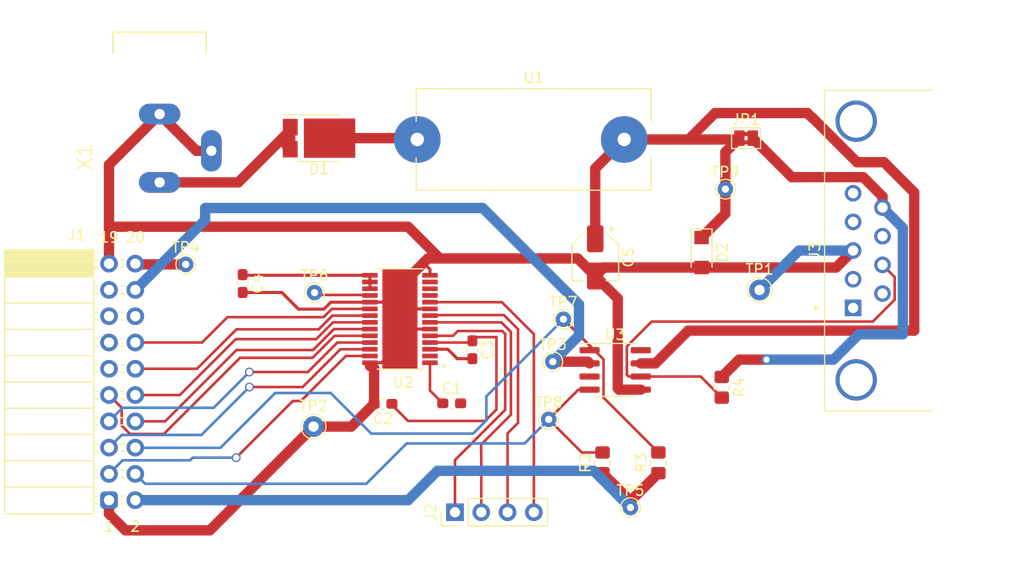
<source format=kicad_pcb>
(kicad_pcb (version 20211014) (generator pcbnew)
  (layers (0 "F.Cu" signal) (31 "B.Cu" signal) (34 "B.Paste" user) (35 "F.Paste" user) (36 "B.SilkS" user "B.Silkscreen") (37 "F.SilkS" user "F.Silkscreen") (38 "B.Mask" user) (39 "F.Mask" user) (44 "Edge.Cuts" user))
  (net 0 "")
  (net 1 "CP1")
  (net 2 "CP2")
  (net 3 "Net-(C2-Pad1)")
  (net 4 "GND")
  (net 5 "VCP")
  (net 6 "V3P3OUT")
  (net 7 "Net-(C5-Pad1)")
  (net 8 "Net-(D1-Pad1)")
  (net 9 "Net-(D1-Pad3)")
  (net 10 "VMCU")
  (net 11 "IN1")
  (net 12 "Tx")
  (net 13 "IN2")
  (net 14 "Rx")
  (net 15 "IN3")
  (net 16 "EN1")
  (net 17 "IN4")
  (net 18 "EN2")
  (net 20 "EN3")
  (net 22 "EN4")
  (net 26 "+5V")
  (net 27 "+3V3")
  (net 28 "Net-(J2-Pad1)")
  (net 29 "Net-(J2-Pad2)")
  (net 30 "Net-(J2-Pad3)")
  (net 31 "Net-(J2-Pad4)")
  (net 36 "Net-(J3-Pad7)")
  (net 38 "12v")
  (net 39 "Net-(TP6-Pad1)")
  (footprint "TestPoint:TestPoint_THTPad_D1.5mm_Drill0.7mm" (layer "F.Cu") (at 73.275 25.25)
    (fp_text reference "TP9" (at 0 -1.648) (layer "F.SilkS"))
    (fp_text value "12V")
    (fp_circle (center 0 0) (end 0 0.95) (layer "F.SilkS") (width 0.12) (fill none))
    (pad "1" thru_hole circle (at 0 0) (size 1.5 1.5) (drill 0.7) (layers *.Cu *.Mask) (net 7 "Net-(C5-Pad1)"))
  )
  (footprint "Resistor_SMD:R_0805_2012Metric_Pad1.20x1.40mm_HandSolder" (layer "F.Cu") (at 61.4 51.7 90)
    (fp_text reference "R2" (at 0 -1.65 90) (layer "F.SilkS"))
    (fp_text value "10k")
    (fp_line (start -0.227064 0.735) (end 0.227064 0.735) (layer "F.SilkS") (width 0.12))
    (fp_line (start -0.227064 -0.735) (end 0.227064 -0.735) (layer "F.SilkS") (width 0.12))
    (pad "1" smd roundrect (at -1 0 90) (size 1.2 1.4) (layers "F.Cu" "F.Paste" "F.Mask") (roundrect_rratio 0.208333) (net 10 "VMCU"))
    (pad "2" smd roundrect (at 1 0 90) (size 1.2 1.4) (layers "F.Cu" "F.Paste" "F.Mask") (roundrect_rratio 0.208333) (net 12 "Tx"))
  )
  (footprint "TestPoint:TestPoint_THTPad_D1.5mm_Drill0.7mm" (layer "F.Cu") (at 56.2 47.5)
    (fp_text reference "TP8" (at 0 -1.648) (layer "F.SilkS"))
    (fp_text value "Tx")
    (fp_circle (center 0 0) (end 0 0.95) (layer "F.SilkS") (width 0.12) (fill none))
    (pad "1" thru_hole circle (at 0 0) (size 1.5 1.5) (drill 0.7) (layers *.Cu *.Mask) (net 12 "Tx"))
  )
  (footprint "TestPoint:TestPoint_THTPad_D1.5mm_Drill0.7mm" (layer "F.Cu") (at 64.1 56.025)
    (fp_text reference "TP5" (at 0 -1.648) (layer "F.SilkS"))
    (fp_text value "VMCU")
    (fp_circle (center 0 0) (end 0 0.95) (layer "F.SilkS") (width 0.12) (fill none))
    (pad "1" thru_hole circle (at 0 0) (size 1.5 1.5) (drill 0.7) (layers *.Cu *.Mask) (net 10 "VMCU"))
  )
  (footprint "TestPoint:TestPoint_THTPad_D2.0mm_Drill1.0mm" (layer "F.Cu") (at 76.575 35)
    (fp_text reference "TP1" (at 0 -1.998) (layer "F.SilkS"))
    (fp_text value "GND")
    (fp_circle (center 0 0) (end 0 1.2) (layer "F.SilkS") (width 0.12) (fill none))
    (pad "1" thru_hole circle (at 0 0) (size 2 2) (drill 1) (layers *.Cu *.Mask) (net 4 "GND"))
  )
  (footprint "TestPoint:TestPoint_THTPad_D1.5mm_Drill0.7mm" (layer "F.Cu") (at 33.575 35.25)
    (fp_text reference "TP6" (at 0 -1.648) (layer "F.SilkS"))
    (fp_text value "NFAULT ")
    (fp_circle (center 0 0) (end 0 0.95) (layer "F.SilkS") (width 0.12) (fill none))
    (pad "1" thru_hole circle (at 0 0) (size 1.5 1.5) (drill 0.7) (layers *.Cu *.Mask) (net 39 "Net-(TP6-Pad1)"))
  )
  (footprint "Capacitor_SMD:C_0603_1608Metric_Pad1.08x0.95mm_HandSolder" (layer "F.Cu") (at 40.1875 46 180)
    (fp_text reference "C2" (at 0 -1.43) (layer "F.SilkS"))
    (fp_text value "10u")
    (fp_line (start -0.146267 0.51) (end 0.146267 0.51) (layer "F.SilkS") (width 0.12))
    (fp_line (start -0.146267 -0.51) (end 0.146267 -0.51) (layer "F.SilkS") (width 0.12))
    (pad "1" smd roundrect (at -0.8625 0 180) (size 1.075 0.95) (layers "F.Cu" "F.Paste" "F.Mask") (net 3 "Net-(C2-Pad1)"))
    (pad "2" smd roundrect (at 0.8625 0 180) (size 1.075 0.95) (layers "F.Cu" "F.Paste" "F.Mask") (net 4 "GND"))
  )
  (footprint "TestPoint:TestPoint_THTPad_D2.0mm_Drill1.0mm" (layer "F.Cu") (at 33.475 48.2)
    (fp_text reference "TP2" (at 0 -1.998) (layer "F.SilkS"))
    (fp_text value "GND")
    (fp_circle (center 0 0) (end 0 1.2) (layer "F.SilkS") (width 0.12) (fill none))
    (pad "1" thru_hole circle (at 0 0) (size 2 2) (drill 1) (layers *.Cu *.Mask) (net 4 "GND"))
  )
  (footprint "Capacitor_SMD:C_0603_1608Metric_Pad1.08x0.95mm_HandSolder" (layer "F.Cu") (at 46.825 45.95)
    (fp_text reference "C1" (at 0 -1.43) (layer "F.SilkS"))
    (fp_text value "0.1u")
    (fp_line (start -0.146267 -0.51) (end 0.146267 -0.51) (layer "F.SilkS") (width 0.12))
    (fp_line (start -0.146267 0.51) (end 0.146267 0.51) (layer "F.SilkS") (width 0.12))
    (pad "1" smd roundrect (at -0.8625 0) (size 1.075 0.95) (layers "F.Cu" "F.Paste" "F.Mask") (net 1 "CP1"))
    (pad "2" smd roundrect (at 0.8625 0) (size 1.075 0.95) (layers "F.Cu" "F.Paste" "F.Mask") (net 2 "CP2"))
  )
  (footprint "Capacitor_SMD:C_0603_1608Metric_Pad1.08x0.95mm_HandSolder" (layer "F.Cu") (at 26.625 34.375 -90)
    (fp_text reference "C4" (at 0 -1.43 90) (layer "F.SilkS"))
    (fp_text value "0.47u")
    (fp_line (start -0.146267 -0.51) (end 0.146267 -0.51) (layer "F.SilkS") (width 0.12))
    (fp_line (start -0.146267 0.51) (end 0.146267 0.51) (layer "F.SilkS") (width 0.12))
    (pad "1" smd roundrect (at -0.8625 0 270) (size 1.075 0.95) (layers "F.Cu" "F.Paste" "F.Mask") (net 6 "V3P3OUT"))
    (pad "2" smd roundrect (at 0.8625 0 270) (size 1.075 0.95) (layers "F.Cu" "F.Paste" "F.Mask") (net 4 "GND"))
  )
  (footprint "Diode_SMD:D_SMF" (layer "F.Cu") (at 70.975 31.375 -90)
    (fp_text reference "D2" (at 0 -2 90) (layer "F.SilkS"))
    (fp_text value "BZD27Cxx")
    (fp_line (start -2.28 -1.01) (end 1.4 -1.01) (layer "F.SilkS") (width 0.12))
    (fp_line (start -2.28 1.01) (end 1.4 1.01) (layer "F.SilkS") (width 0.12))
    (fp_line (start -2.28 -1.01) (end -2.28 1.01) (layer "F.SilkS") (width 0.12))
    (pad "1" smd rect (at -1.45 0 270) (size 1.3 1.4) (layers "F.Cu" "F.Paste" "F.Mask") (net 7 "Net-(C5-Pad1)"))
    (pad "2" smd rect (at 1.45 0 270) (size 1.3 1.4) (layers "F.Cu" "F.Paste" "F.Mask") (net 4 "GND"))
  )
  (footprint "Capacitor_SMD:CP_Elec_4x3.9" (layer "F.Cu") (at 60.7 31.85 -90)
    (fp_text reference "C5" (at 0 -3.2 90) (layer "F.SilkS"))
    (fp_text value "100u")
    (fp_line (start -2.75 -1.81) (end -2.75 -1.31) (layer "F.SilkS") (width 0.12))
    (fp_line (start 2.26 -2.26) (end 2.26 -1.06) (layer "F.SilkS") (width 0.12))
    (fp_line (start -1.195563 2.26) (end 2.26 2.26) (layer "F.SilkS") (width 0.12))
    (fp_line (start -2.26 -1.195563) (end -1.195563 -2.26) (layer "F.SilkS") (width 0.12))
    (fp_line (start -3 -1.56) (end -2.5 -1.56) (layer "F.SilkS") (width 0.12))
    (fp_line (start -2.26 1.195563) (end -1.195563 2.26) (layer "F.SilkS") (width 0.12))
    (fp_line (start 2.26 2.26) (end 2.26 1.06) (layer "F.SilkS") (width 0.12))
    (fp_line (start -2.26 -1.195563) (end -2.26 -1.06) (layer "F.SilkS") (width 0.12))
    (fp_line (start -2.26 1.195563) (end -2.26 1.06) (layer "F.SilkS") (width 0.12))
    (fp_line (start -1.195563 -2.26) (end 2.26 -2.26) (layer "F.SilkS") (width 0.12))
    (pad "1" smd roundrect (at -1.8 0 270) (size 2.6 1.6) (layers "F.Cu" "F.Paste" "F.Mask") (roundrect_rratio 0.15625) (net 7 "Net-(C5-Pad1)"))
    (pad "2" smd roundrect (at 1.8 0 270) (size 2.6 1.6) (layers "F.Cu" "F.Paste" "F.Mask") (roundrect_rratio 0.15625) (net 4 "GND"))
  )
  (footprint "FC681478:FC681478" (layer "F.Cu") (at 18.6 10.1 -90)
    (fp_text reference "X1" (at 12.065 7.239 90) (layer "F.SilkS") (effects (font (size 1.4 1.4))))
    (fp_text value "FC681478")
    (fp_line (start 0 -4.5) (end 2 -4.5) (layer "F.SilkS") (width 0.1524))
    (fp_line (start 0 4.5) (end 2 4.5) (layer "F.SilkS") (width 0.1524))
    (fp_line (start 0 4.5) (end 0 -4.5) (layer "F.SilkS") (width 0.1524))
    (pad "" np_thru_hole circle (at 4.1 0 270) (size 2.3 2.3) (drill 2.3) (layers *.Cu *.Mask))
    (pad "P$1" thru_hole oval (at 14.5 0 270) (size 2 4) (drill 1) (layers *.Cu *.Mask) (net 8 "Net-(D1-Pad1)"))
    (pad "P$2" thru_hole oval (at 7.9 0 270) (size 2 4) (drill 1) (layers *.Cu *.Mask) (net 4 "GND"))
    (pad "P$3" thru_hole oval (at 11.45 -5 270) (size 4 2) (drill 1) (layers *.Cu *.Mask) (net 4 "GND"))
  )
  (footprint "Jumper:SolderJumper-2_P1.3mm_Bridged2Bar_Pad1.0x1.5mm" (layer "F.Cu") (at 75.275 20.325)
    (fp_text reference "JP1" (at 0 -1.8) (layer "F.SilkS"))
    (fp_text value "Jumper_2_Open")
    (fp_poly (pts (xy -0.25 0.2) (xy 0.25 0.2) (xy 0.25 0.6) (xy -0.25 0.6)) (layer "F.Cu") (width 0) (fill solid))
    (fp_poly (pts (xy -0.25 -0.6) (xy 0.25 -0.6) (xy 0.25 -0.2) (xy -0.25 -0.2)) (layer "F.Cu") (width 0) (fill solid))
    (fp_line (start 1.4 -1) (end 1.4 1) (layer "F.SilkS") (width 0.12))
    (fp_line (start -1.4 1) (end -1.4 -1) (layer "F.SilkS") (width 0.12))
    (fp_line (start 1.4 1) (end -1.4 1) (layer "F.SilkS") (width 0.12))
    (fp_line (start -1.4 -1) (end 1.4 -1) (layer "F.SilkS") (width 0.12))
    (pad "1" smd rect (at -0.65 0) (size 1 1.5) (layers "F.Cu" "F.Mask") (net 7 "Net-(C5-Pad1)"))
    (pad "2" smd rect (at 0.65 0) (size 1 1.5) (layers "F.Cu" "F.Mask") (net 38 "12v"))
  )
  (footprint "Package_TO_SOT_SMD:Nexperia_CFP15_SOT-1289" (layer "F.Cu") (at 34.005 20.325 180)
    (fp_text reference "D1" (at 0 -3) (layer "F.SilkS"))
    (fp_text value "PMEG045T150EIPD")
    (fp_line (start -1.9 2.26) (end 3.5 2.26) (layer "F.SilkS") (width 0.12))
    (fp_line (start -1.9 -2.26) (end 1.9 -2.26) (layer "F.SilkS") (width 0.12))
    (pad "1" smd rect (at 2.78 1.065 180) (size 1.44 1.6) (layers "F.Cu" "F.Paste" "F.Mask") (net 8 "Net-(D1-Pad1)"))
    (pad "2" smd rect (at 2.78 -1.065 180) (size 1.44 1.6) (layers "F.Cu" "F.Paste" "F.Mask") (net 8 "Net-(D1-Pad1)"))
    (pad "3" smd rect (at -1.02 0 180) (size 4.96 3.8) (layers "F.Cu" "F.Mask") (net 9 "Net-(D1-Pad3)"))
  )
  (footprint "Connector_Dsub:DSUB-9_Male_Horizontal_P2.77x2.84mm_EdgePinOffset4.94mm_Housed_MountingHolesOffset7.48mm" (layer "F.Cu") (at 85.619669 36.725 90)
    (fp_text reference "J3" (at 5.54 -3.7 90) (layer "F.SilkS"))
    (fp_text value "DB9_Female")
    (fp_line (start 21.025 -2.76) (end 21.025 7.72) (layer "F.SilkS") (width 0.12))
    (fp_line (start -9.945 -2.76) (end 21.025 -2.76) (layer "F.SilkS") (width 0.12))
    (fp_line (start 0 -3.221325) (end -0.25 -3.654338) (layer "F.SilkS") (width 0.12))
    (fp_line (start 0.25 -3.654338) (end 0 -3.221325) (layer "F.SilkS") (width 0.12))
    (fp_line (start -0.25 -3.654338) (end 0.25 -3.654338) (layer "F.SilkS") (width 0.12))
    (fp_line (start -9.945 7.72) (end -9.945 -2.76) (layer "F.SilkS") (width 0.12))
    (pad "0" thru_hole circle (at -6.96 0.3 90) (size 4 4) (drill 3.2) (layers *.Cu *.Mask))
    (pad "0" thru_hole circle (at 18.04 0.3 90) (size 4 4) (drill 3.2) (layers *.Cu *.Mask))
    (pad "1" thru_hole rect (at 0 0 90) (size 1.6 1.6) (drill 1) (layers *.Cu *.Mask))
    (pad "2" thru_hole circle (at 2.77 0 90) (size 1.6 1.6) (drill 1) (layers *.Cu *.Mask))
    (pad "3" thru_hole circle (at 5.54 0 90) (size 1.6 1.6) (drill 1) (layers *.Cu *.Mask) (net 4 "GND"))
    (pad "4" thru_hole circle (at 8.31 0 90) (size 1.6 1.6) (drill 1) (layers *.Cu *.Mask))
    (pad "5" thru_hole circle (at 11.08 0 90) (size 1.6 1.6) (drill 1) (layers *.Cu *.Mask) (net 4 "GND"))
    (pad "6" thru_hole circle (at 1.385 2.84 90) (size 1.6 1.6) (drill 1) (layers *.Cu *.Mask))
    (pad "7" thru_hole circle (at 4.155 2.84 90) (size 1.6 1.6) (drill 1) (layers *.Cu *.Mask) (net 36 "Net-(J3-Pad7)"))
    (pad "8" thru_hole circle (at 6.925 2.84 90) (size 1.6 1.6) (drill 1) (layers *.Cu *.Mask))
    (pad "9" thru_hole circle (at 9.695 2.84 90) (size 1.6 1.6) (drill 1) (layers *.Cu *.Mask) (net 38 "12v"))
  )
  (footprint "Resistor_SMD:R_0805_2012Metric_Pad1.20x1.40mm_HandSolder" (layer "F.Cu") (at 72.925 44.4 -90)
    (fp_text reference "R4" (at 0 -1.65 90) (layer "F.SilkS"))
    (fp_text value "1k")
    (fp_line (start -0.227064 -0.735) (end 0.227064 -0.735) (layer "F.SilkS") (width 0.12))
    (fp_line (start -0.227064 0.735) (end 0.227064 0.735) (layer "F.SilkS") (width 0.12))
    (pad "1" smd roundrect (at -1 0 270) (size 1.2 1.4) (layers "F.Cu" "F.Paste" "F.Mask") (roundrect_rratio 0.208333) (net 38 "12v"))
    (pad "2" smd roundrect (at 1 0 270) (size 1.2 1.4) (layers "F.Cu" "F.Paste" "F.Mask") (roundrect_rratio 0.208333) (net 36 "Net-(J3-Pad7)"))
  )
  (footprint "TestPoint:TestPoint_THTPad_D1.5mm_Drill0.7mm" (layer "F.Cu") (at 56.6 41.925)
    (fp_text reference "TP3" (at 0 -1.648) (layer "F.SilkS"))
    (fp_text value "5V")
    (fp_circle (center 0 0) (end 0 0.95) (layer "F.SilkS") (width 0.12) (fill none))
    (pad "1" thru_hole circle (at 0 0) (size 1.5 1.5) (drill 0.7) (layers *.Cu *.Mask) (net 26 "+5V"))
  )
  (footprint "Package_SO:SOIC-8_3.9x4.9mm_P1.27mm" (layer "F.Cu") (at 62.625 42.725)
    (fp_text reference "U3" (at 0 -3.4) (layer "F.SilkS"))
    (fp_text value "TJA1029T")
    (fp_line (start 0 2.56) (end 1.95 2.56) (layer "F.SilkS") (width 0.12))
    (fp_line (start 0 -2.56) (end -3.45 -2.56) (layer "F.SilkS") (width 0.12))
    (fp_line (start 0 2.56) (end -1.95 2.56) (layer "F.SilkS") (width 0.12))
    (fp_line (start 0 -2.56) (end 1.95 -2.56) (layer "F.SilkS") (width 0.12))
    (pad "1" smd roundrect (at -2.475 -1.905) (size 1.95 0.6) (layers "F.Cu" "F.Paste" "F.Mask") (net 14 "Rx"))
    (pad "2" smd roundrect (at -2.475 -0.635) (size 1.95 0.6) (layers "F.Cu" "F.Paste" "F.Mask") (net 26 "+5V"))
    (pad "3" smd roundrect (at -2.475 0.635) (size 1.95 0.6) (layers "F.Cu" "F.Paste" "F.Mask"))
    (pad "4" smd roundrect (at -2.475 1.905) (size 1.95 0.6) (layers "F.Cu" "F.Paste" "F.Mask") (net 12 "Tx"))
    (pad "5" smd roundrect (at 2.475 1.905) (size 1.95 0.6) (layers "F.Cu" "F.Paste" "F.Mask") (net 4 "GND"))
    (pad "6" smd roundrect (at 2.475 0.635) (size 1.95 0.6) (layers "F.Cu" "F.Paste" "F.Mask") (net 36 "Net-(J3-Pad7)"))
    (pad "7" smd roundrect (at 2.475 -0.635) (size 1.95 0.6) (layers "F.Cu" "F.Paste" "F.Mask") (net 7 "Net-(C5-Pad1)"))
    (pad "8" smd roundrect (at 2.475 -1.905) (size 1.95 0.6) (layers "F.Cu" "F.Paste" "F.Mask"))
  )
  (footprint "Resistor_SMD:R_0805_2012Metric_Pad1.20x1.40mm_HandSolder" (layer "F.Cu") (at 66.8 51.7 90)
    (fp_text reference "R3" (at 0 -1.65 90) (layer "F.SilkS"))
    (fp_text value "10k")
    (fp_line (start -0.227064 0.735) (end 0.227064 0.735) (layer "F.SilkS") (width 0.12))
    (fp_line (start -0.227064 -0.735) (end 0.227064 -0.735) (layer "F.SilkS") (width 0.12))
    (pad "1" smd roundrect (at -1 0 90) (size 1.2 1.4) (layers "F.Cu" "F.Paste" "F.Mask") (roundrect_rratio 0.208333) (net 10 "VMCU"))
    (pad "2" smd roundrect (at 1 0 90) (size 1.2 1.4) (layers "F.Cu" "F.Paste" "F.Mask") (roundrect_rratio 0.208333) (net 14 "Rx"))
  )
  (footprint "Connector_PinHeader_2.54mm:PinHeader_1x04_P2.54mm_Vertical" (layer "F.Cu") (at 47.145 56.475 90)
    (fp_text reference "J2" (at 0 -2.33 90) (layer "F.SilkS"))
    (fp_text value "Conn_01x04_Male")
    (fp_line (start -1.33 -1.33) (end 0 -1.33) (layer "F.SilkS") (width 0.12))
    (fp_line (start -1.33 1.27) (end -1.33 8.95) (layer "F.SilkS") (width 0.12))
    (fp_line (start 1.33 1.27) (end 1.33 8.95) (layer "F.SilkS") (width 0.12))
    (fp_line (start -1.33 0) (end -1.33 -1.33) (layer "F.SilkS") (width 0.12))
    (fp_line (start -1.33 1.27) (end 1.33 1.27) (layer "F.SilkS") (width 0.12))
    (fp_line (start -1.33 8.95) (end 1.33 8.95) (layer "F.SilkS") (width 0.12))
    (pad "1" thru_hole rect (at 0 0 90) (size 1.7 1.7) (drill 1) (layers *.Cu *.Mask) (net 28 "Net-(J2-Pad1)"))
    (pad "2" thru_hole oval (at 0 2.54 90) (size 1.7 1.7) (drill 1) (layers *.Cu *.Mask) (net 29 "Net-(J2-Pad2)"))
    (pad "3" thru_hole oval (at 0 5.08 90) (size 1.7 1.7) (drill 1) (layers *.Cu *.Mask) (net 30 "Net-(J2-Pad3)"))
    (pad "4" thru_hole oval (at 0 7.62 90) (size 1.7 1.7) (drill 1) (layers *.Cu *.Mask) (net 31 "Net-(J2-Pad4)"))
  )
  (footprint "TestPoint:TestPoint_THTPad_D1.5mm_Drill0.7mm" (layer "F.Cu") (at 21.125 32.525)
    (fp_text reference "TP4" (at 0 -1.648) (layer "F.SilkS"))
    (fp_text value "3V3")
    (fp_circle (center 0 0) (end 0 0.95) (layer "F.SilkS") (width 0.12) (fill none))
    (pad "1" thru_hole circle (at 0 0) (size 1.5 1.5) (drill 0.7) (layers *.Cu *.Mask) (net 27 "+3V3"))
  )
  (footprint "TestPoint:TestPoint_THTPad_D1.5mm_Drill0.7mm" (layer "F.Cu") (at 57.625 37.825)
    (fp_text reference "TP7" (at 0 -1.648) (layer "F.SilkS"))
    (fp_text value "Rx")
    (fp_circle (center 0 0) (end 0 0.95) (layer "F.SilkS") (width 0.12) (fill none))
    (pad "1" thru_hole circle (at 0 0) (size 1.5 1.5) (drill 0.7) (layers *.Cu *.Mask) (net 14 "Rx"))
  )
  (footprint "Capacitor_SMD:C_0603_1608Metric_Pad1.08x0.95mm_HandSolder" (layer "F.Cu") (at 48.825 40.775 -90)
    (fp_text reference "C3" (at 0 -1.43 90) (layer "F.SilkS"))
    (fp_text value "0.1u")
    (fp_line (start -0.146267 0.51) (end 0.146267 0.51) (layer "F.SilkS") (width 0.12))
    (fp_line (start -0.146267 -0.51) (end 0.146267 -0.51) (layer "F.SilkS") (width 0.12))
    (pad "1" smd roundrect (at -0.8625 0 270) (size 1.075 0.95) (layers "F.Cu" "F.Paste" "F.Mask") (net 3 "Net-(C2-Pad1)"))
    (pad "2" smd roundrect (at 0.8625 0 270) (size 1.075 0.95) (layers "F.Cu" "F.Paste" "F.Mask") (net 5 "VCP"))
  )
  (footprint "Fuse:Fuseholder_Cylinder-5x20mm_Schurter_0031_8201_Horizontal_Open" (layer "F.Cu") (at 43.5 20.45)
    (fp_text reference "U1" (at 11.25 -6) (layer "F.SilkS"))
    (fp_text value "fuseholder")
    (fp_line (start 22.61 -1.75) (end 22.61 -4.91) (layer "F.SilkS") (width 0.12))
    (fp_line (start -0.11 -1.75) (end -0.11 -4.91) (layer "F.SilkS") (width 0.12))
    (fp_line (start -0.11 4.91) (end -0.11 1.75) (layer "F.SilkS") (width 0.12))
    (fp_line (start -0.11 4.91) (end 22.61 4.91) (layer "F.SilkS") (width 0.12))
    (fp_line (start -0.11 -4.91) (end 22.61 -4.91) (layer "F.SilkS") (width 0.12))
    (fp_line (start 22.61 4.91) (end 22.61 1.75) (layer "F.SilkS") (width 0.12))
    (pad "" np_thru_hole circle (at 11.25 0) (size 2.7 2.7) (drill 2.7) (layers *.Cu *.Mask))
    (pad "1" thru_hole circle (at 0 0) (size 4.5 4.5) (drill 1.3) (layers *.Cu *.Mask) (net 9 "Net-(D1-Pad3)"))
    (pad "2" thru_hole circle (at 20 0) (size 4.5 4.5) (drill 1.3) (layers *.Cu *.Mask) (net 7 "Net-(C5-Pad1)"))
  )
  (footprint "STK3700_Expansion_board:PinSocket_2x10_P2.54mm_Horizontal_Reversed" (layer "F.Cu") (at 16.25 32.45)
    (fp_text reference "J1" (at -5.65 -2.77) (layer "F.SilkS"))
    (fp_text value "STK3700_Exp_Conn")
    (fp_text user "19" (at -2.54 -2.54 unlocked) (layer "F.SilkS"))
    (fp_text user "20" (at 0 -2.54 unlocked) (layer "F.SilkS"))
    (fp_text user "2" (at 0 25.4 unlocked) (layer "F.SilkS"))
    (fp_text user "1" (at -2.54 25.4 unlocked) (layer "F.SilkS"))
    (fp_line (start -4 12.34) (end -3.59 12.34) (layer "F.SilkS") (width 0.12))
    (fp_line (start -12.63 6.35) (end -4 6.35) (layer "F.SilkS") (width 0.12))
    (fp_line (start -4 13.06) (end -3.59 13.06) (layer "F.SilkS") (width 0.12))
    (fp_line (start -1.49 20.68) (end -1.05 20.68) (layer "F.SilkS") (width 0.12))
    (fp_line (start -12.63 8.89) (end -4 8.89) (layer "F.SilkS") (width 0.12))
    (fp_line (start -12.63 0.089045) (end -4 0.089045) (layer "F.SilkS") (width 0.12))
    (fp_line (start -4 17.42) (end -3.59 17.42) (layer "F.SilkS") (width 0.12))
    (fp_line (start -12.63 -0.50143) (end -4 -0.50143) (layer "F.SilkS") (width 0.12))
    (fp_line (start -1.49 0.36) (end -1.11 0.36) (layer "F.SilkS") (width 0.12))
    (fp_line (start -4 22.5) (end -3.59 22.5) (layer "F.SilkS") (width 0.12))
    (fp_line (start -1.49 14.88) (end -1.05 14.88) (layer "F.SilkS") (width 0.12))
    (fp_line (start -1.49 23.22) (end -1.05 23.22) (layer "F.SilkS") (width 0.12))
    (fp_line (start -12.63 0.20714) (end -4 0.20714) (layer "F.SilkS") (width 0.12))
    (fp_line (start -1.49 7.26) (end -1.05 7.26) (layer "F.SilkS") (width 0.12))
    (fp_line (start -4 23.22) (end -3.59 23.22) (layer "F.SilkS") (width 0.12))
    (fp_line (start -1.49 19.96) (end -1.05 19.96) (layer "F.SilkS") (width 0.12))
    (fp_line (start -1.49 12.34) (end -1.05 12.34) (layer "F.SilkS") (width 0.12))
    (fp_line (start -1.49 10.52) (end -1.05 10.52) (layer "F.SilkS") (width 0.12))
    (fp_line (start -1.49 17.42) (end -1.05 17.42) (layer "F.SilkS") (width 0.12))
    (fp_line (start -4 2.18) (end -3.59 2.18) (layer "F.SilkS") (width 0.12))
    (fp_line (start -4 20.68) (end -3.59 20.68) (layer "F.SilkS") (width 0.12))
    (fp_line (start -4 -0.36) (end -3.59 -0.36) (layer "F.SilkS") (width 0.12))
    (fp_line (start -12.63 -1.33) (end -12.63 24.19) (layer "F.SilkS") (width 0.12))
    (fp_line (start -12.63 0.67952) (end -4 0.67952) (layer "F.SilkS") (width 0.12))
    (fp_line (start -4 10.52) (end -3.59 10.52) (layer "F.SilkS") (width 0.12))
    (fp_line (start -12.63 -0.855715) (end -4 -0.855715) (layer "F.SilkS") (width 0.12))
    (fp_line (start -1.49 18.14) (end -1.05 18.14) (layer "F.SilkS") (width 0.12))
    (fp_line (start -1.49 -0.36) (end -1.11 -0.36) (layer "F.SilkS") (width 0.12))
    (fp_line (start -1.49 5.44) (end -1.05 5.44) (layer "F.SilkS") (width 0.12))
    (fp_line (start -12.63 -0.73762) (end -4 -0.73762) (layer "F.SilkS") (width 0.12))
    (fp_line (start -1.49 2.18) (end -1.05 2.18) (layer "F.SilkS") (width 0.12))
    (fp_line (start -4 0.36) (end -3.59 0.36) (layer "F.SilkS") (width 0.12))
    (fp_line (start -4 15.6) (end -3.59 15.6) (layer "F.SilkS") (width 0.12))
    (fp_line (start -12.63 -0.97381) (end -4 -0.97381) (layer "F.SilkS") (width 0.12))
    (fp_line (start -12.63 1.1519) (end -4 1.1519) (layer "F.SilkS") (width 0.12))
    (fp_line (start -1.49 7.98) (end -1.05 7.98) (layer "F.SilkS") (width 0.12))
    (fp_line (start -1.49 2.9) (end -1.05 2.9) (layer "F.SilkS") (width 0.12))
    (fp_line (start -12.63 0.44333) (end -4 0.44333) (layer "F.SilkS") (width 0.12))
    (fp_line (start -12.63 -0.383335) (end -4 -0.383335) (layer "F.SilkS") (width 0.12))
    (fp_line (start -4 14.88) (end -3.59 14.88) (layer "F.SilkS") (width 0.12))
    (fp_line (start -4 4.72) (end -3.59 4.72) (layer "F.SilkS") (width 0.12))
    (fp_line (start -12.63 13.97) (end -4 13.97) (layer "F.SilkS") (width 0.12))
    (fp_line (start -12.63 -1.33) (end -4 -1.33) (layer "F.SilkS") (width 0.12))
    (fp_line (start -12.63 -0.26524) (end -4 -0.26524) (layer "F.SilkS") (width 0.12))
    (fp_line (start -12.63 0.561425) (end -4 0.561425) (layer "F.SilkS") (width 0.12))
    (fp_line (start -12.63 11.43) (end -4 11.43) (layer "F.SilkS") (width 0.12))
    (fp_line (start -12.63 0.91571) (end -4 0.91571) (layer "F.SilkS") (width 0.12))
    (fp_line (start -12.63 19.05) (end -4 19.05) (layer "F.SilkS") (width 0.12))
    (fp_line (start -1.49 9.8) (end -1.05 9.8) (layer "F.SilkS") (width 0.12))
    (fp_line (start -12.63 0.797615) (end -4 0.797615) (layer "F.SilkS") (width 0.12))
    (fp_line (start -12.63 21.59) (end -4 21.59) (layer "F.SilkS") (width 0.12))
    (fp_line (start -12.63 16.51) (end -4 16.51) (layer "F.SilkS") (width 0.12))
    (fp_line (start -4 19.96) (end -3.59 19.96) (layer "F.SilkS") (width 0.12))
    (fp_line (start -12.63 -0.147145) (end -4 -0.147145) (layer "F.SilkS") (width 0.12))
    (fp_line (start -12.63 1.033805) (end -4 1.033805) (layer "F.SilkS") (width 0.12))
    (fp_line (start -4 7.26) (end -3.59 7.26) (layer "F.SilkS") (width 0.12))
    (fp_line (start -4 2.9) (end -3.59 2.9) (layer "F.SilkS") (width 0.12))
    (fp_line (start -12.63 -1.21) (end -4 -1.21) (layer "F.SilkS") (width 0.12))
    (fp_line (start -4 5.44) (end -3.59 5.44) (layer "F.SilkS") (width 0.12))
    (fp_line (start -4 -1.33) (end -4 24.19) (layer "F.SilkS") (width 0.12))
    (fp_line (start -12.63 -0.02905) (end -4 -0.02905) (layer "F.SilkS") (width 0.12))
    (fp_line (start -1.49 15.6) (end -1.05 15.6) (layer "F.SilkS") (width 0.12))
    (fp_line (start -4 7.98) (end -3.59 7.98) (layer "F.SilkS") (width 0.12))
    (fp_line (start -12.63 1.27) (end -4 1.27) (layer "F.SilkS") (width 0.12))
    (fp_line (start -1.49 13.06) (end -1.05 13.06) (layer "F.SilkS") (width 0.12))
    (fp_line (start -12.63 3.81) (end -4 3.81) (layer "F.SilkS") (width 0.12))
    (fp_line (start -12.63 24.19) (end -4 24.19) (layer "F.SilkS") (width 0.12))
    (fp_line (start -1.49 22.5) (end -1.05 22.5) (layer "F.SilkS") (width 0.12))
    (fp_line (start -1.49 4.72) (end -1.05 4.72) (layer "F.SilkS") (width 0.12))
    (fp_line (start -12.63 -1.091905) (end -4 -1.091905) (layer "F.SilkS") (width 0.12))
    (fp_line (start -4 9.8) (end -3.59 9.8) (layer "F.SilkS") (width 0.12))
    (fp_line (start -12.63 0.325235) (end -4 0.325235) (layer "F.SilkS") (width 0.12))
    (fp_line (start -4 18.14) (end -3.59 18.14) (layer "F.SilkS") (width 0.12))
    (fp_line (start -12.63 -0.619525) (end -4 -0.619525) (layer "F.SilkS") (width 0.12))
    (pad "1" thru_hole roundrect (at -2.54 22.86) (size 1.7 1.7) (drill 1) (layers *.Cu *.Mask) (net 4 "GND"))
    (pad "2" thru_hole oval (at 0 22.86) (size 1.7 1.7) (drill 1) (layers *.Cu *.Mask) (net 10 "VMCU"))
    (pad "3" thru_hole oval (at -2.54 20.32) (size 1.7 1.7) (drill 1) (layers *.Cu *.Mask) (net 11 "IN1"))
    (pad "4" thru_hole oval (at 0 20.32) (size 1.7 1.7) (drill 1) (layers *.Cu *.Mask) (net 12 "Tx"))
    (pad "5" thru_hole oval (at -2.54 17.78) (size 1.7 1.7) (drill 1) (layers *.Cu *.Mask) (net 16 "EN1"))
    (pad "6" thru_hole oval (at 0 17.78) (size 1.7 1.7) (drill 1) (layers *.Cu *.Mask) (net 14 "Rx"))
    (pad "7" thru_hole oval (at -2.54 15.24) (size 1.7 1.7) (drill 1) (layers *.Cu *.Mask) (net 13 "IN2"))
    (pad "8" thru_hole oval (at 0 15.24) (size 1.7 1.7) (drill 1) (layers *.Cu *.Mask) (net 15 "IN3"))
    (pad "9" thru_hole oval (at -2.54 12.7) (size 1.7 1.7) (drill 1) (layers *.Cu *.Mask) (net 18 "EN2"))
    (pad "10" thru_hole oval (at 0 12.7) (size 1.7 1.7) (drill 1) (layers *.Cu *.Mask) (net 20 "EN3"))
    (pad "11" thru_hole oval (at -2.54 10.16) (size 1.7 1.7) (drill 1) (layers *.Cu *.Mask))
    (pad "12" thru_hole oval (at 0 10.16) (size 1.7 1.7) (drill 1) (layers *.Cu *.Mask) (net 17 "IN4"))
    (pad "13" thru_hole oval (at -2.54 7.62) (size 1.7 1.7) (drill 1) (layers *.Cu *.Mask))
    (pad "14" thru_hole oval (at 0 7.62) (size 1.7 1.7) (drill 1) (layers *.Cu *.Mask) (net 22 "EN4"))
    (pad "15" thru_hole oval (at -2.54 5.08) (size 1.7 1.7) (drill 1) (layers *.Cu *.Mask))
    (pad "16" thru_hole oval (at 0 5.08) (size 1.7 1.7) (drill 1) (layers *.Cu *.Mask))
    (pad "17" thru_hole oval (at -2.54 2.54) (size 1.7 1.7) (drill 1) (layers *.Cu *.Mask))
    (pad "18" thru_hole oval (at 0 2.54) (size 1.7 1.7) (drill 1) (layers *.Cu *.Mask) (net 26 "+5V"))
    (pad "19" thru_hole oval (at -2.54 0) (size 1.7 1.7) (drill 1) (layers *.Cu *.Mask) (net 4 "GND"))
    (pad "20" thru_hole circle (at 0 0) (size 1.7 1.7) (drill 1) (layers *.Cu *.Mask) (net 27 "+3V3"))
  )
  (footprint "driver:IC_DRV8844PWPR" (layer "F.Cu") (at 41.825 37.8 180)
    (fp_text reference "U2" (at -0.325 -6.135 180) (layer "F.SilkS"))
    (fp_text value "DRV8844PWPR")
    (fp_line (start -2.2 4.85) (end 2.2 4.85) (layer "F.SilkS") (width 0.127))
    (fp_line (start -2.2 -4.85) (end 2.2 -4.85) (layer "F.SilkS") (width 0.127))
    (fp_circle (center -4.24 -4.535) (end -4.14 -4.535) (layer "F.SilkS") (width 0.2) (fill none))
    (pad "1" smd rect (at -2.9 -4.225 180) (size 1.5 0.45) (layers "F.Cu" "F.Paste") (net 1 "CP1"))
    (pad "2" smd rect (at -2.9 -3.575 180) (size 1.5 0.45) (layers "F.Cu" "F.Paste") (net 2 "CP2"))
    (pad "3" smd rect (at -2.9 -2.925 180) (size 1.5 0.45) (layers "F.Cu" "F.Paste") (net 5 "VCP"))
    (pad "4" smd rect (at -2.9 -2.275 180) (size 1.5 0.45) (layers "F.Cu" "F.Paste") (net 3 "Net-(C2-Pad1)"))
    (pad "5" smd rect (at -2.9 -1.625 180) (size 1.5 0.45) (layers "F.Cu" "F.Paste") (net 28 "Net-(J2-Pad1)"))
    (pad "6" smd rect (at -2.9 -0.975 180) (size 1.5 0.45) (layers "F.Cu" "F.Paste") (net 4 "GND"))
    (pad "7" smd rect (at -2.9 -0.325 180) (size 1.5 0.45) (layers "F.Cu" "F.Paste") (net 29 "Net-(J2-Pad2)"))
    (pad "8" smd rect (at -2.9 0.325 180) (size 1.5 0.45) (layers "F.Cu" "F.Paste") (net 30 "Net-(J2-Pad3)"))
    (pad "9" smd rect (at -2.9 0.975 180) (size 1.5 0.45) (layers "F.Cu" "F.Paste") (net 4 "GND"))
    (pad "10" smd rect (at -2.9 1.625 180) (size 1.5 0.45) (layers "F.Cu" "F.Paste") (net 31 "Net-(J2-Pad4)"))
    (pad "11" smd rect (at -2.9 2.275 180) (size 1.5 0.45) (layers "F.Cu" "F.Paste") (net 3 "Net-(C2-Pad1)"))
    (pad "12" smd rect (at -2.9 2.925 180) (size 1.5 0.45) (layers "F.Cu" "F.Paste"))
    (pad "13" smd rect (at -2.9 3.575 180) (size 1.5 0.45) (layers "F.Cu" "F.Paste"))
    (pad "14" smd rect (at -2.9 4.225 180) (size 1.5 0.45) (layers "F.Cu" "F.Paste") (net 4 "GND"))
    (pad "15" smd rect (at 2.9 4.225 180) (size 1.5 0.45) (layers "F.Cu" "F.Paste") (net 6 "V3P3OUT"))
    (pad "16" smd rect (at 2.9 3.575 180) (size 1.5 0.45) (layers "F.Cu" "F.Paste") (net 6 "V3P3OUT"))
    (pad "17" smd rect (at 2.9 2.925 180) (size 1.5 0.45) (layers "F.Cu" "F.Paste") (net 6 "V3P3OUT"))
    (pad "18" smd rect (at 2.9 2.275 180) (size 1.5 0.45) (layers "F.Cu" "F.Paste") (net 39 "Net-(TP6-Pad1)"))
    (pad "19" smd rect (at 2.9 1.625 180) (size 1.5 0.45) (layers "F.Cu" "F.Paste") (net 4 "GND"))
    (pad "20" smd rect (at 2.9 0.975 180) (size 1.5 0.45) (layers "F.Cu" "F.Paste") (net 22 "EN4"))
    (pad "21" smd rect (at 2.9 0.325 180) (size 1.5 0.45) (layers "F.Cu" "F.Paste") (net 17 "IN4"))
    (pad "22" smd rect (at 2.9 -0.325 180) (size 1.5 0.45) (layers "F.Cu" "F.Paste") (net 20 "EN3"))
    (pad "23" smd rect (at 2.9 -0.975 180) (size 1.5 0.45) (layers "F.Cu" "F.Paste") (net 15 "IN3"))
    (pad "24" smd rect (at 2.9 -1.625 180) (size 1.5 0.45) (layers "F.Cu" "F.Paste") (net 18 "EN2"))
    (pad "25" smd rect (at 2.9 -2.275 180) (size 1.5 0.45) (layers "F.Cu" "F.Paste") (net 13 "IN2"))
    (pad "26" smd rect (at 2.9 -2.925 180) (size 1.5 0.45) (layers "F.Cu" "F.Paste") (net 16 "EN1"))
    (pad "27" smd rect (at 2.9 -3.575 180) (size 1.5 0.45) (layers "F.Cu" "F.Paste") (net 11 "IN1"))
    (pad "28" smd rect (at 2.9 -4.225 180) (size 1.5 0.45) (layers "F.Cu" "F.Paste") (net 4 "GND"))
    (pad "29" smd rect (at 0 0 180) (size 3.4 9.7) (layers "F.Cu") (net 4 "GND"))
  )
  (segment (start 44.725 42.025) (end 44.725 44.7125) (width 0.25) (layer "F.Cu") (net 1))
  (segment (start 44.725 44.7125) (end 45.9625 45.95) (width 0.25) (layer "F.Cu") (net 1))
  (segment (start 50.05 47.65) (end 51.15 46.55) (width 0.25) (layer "F.Cu") (net 3))
  (segment (start 51.15 39.55) (end 49.1875 39.55) (width 0.25) (layer "F.Cu") (net 3))
  (segment (start 41 46.05) (end 42.6 47.65) (width 0.25) (layer "F.Cu") (net 3))
  (segment (start 49.1875 39.55) (end 48.825 39.9125) (width 0.25) (layer "F.Cu") (net 3))
  (segment (start 42.6 47.65) (end 50.05 47.65) (width 0.25) (layer "F.Cu") (net 3))
  (segment (start 44.725 40.075) (end 48.6625 40.075) (width 0.25) (layer "F.Cu") (net 3))
  (segment (start 51.15 46.55) (end 51.15 39.55) (width 0.25) (layer "F.Cu") (net 3))
  (segment (start 60.7 33.65) (end 59 31.95) (width 1) (layer "F.Cu") (net 4))
  (segment (start 44.725 38.775) (end 42.8 38.775) (width 0.3) (layer "F.Cu") (net 4))
  (segment (start 61.525 32.825) (end 60.7 33.65) (width 1) (layer "F.Cu") (net 4))
  (segment (start 13.71 55.31) (end 13.71 56.635) (width 1) (layer "F.Cu") (net 4))
  (segment (start 44.725 33.575) (end 44.725 33) (width 0.3) (layer "F.Cu") (net 4))
  (segment (start 23.6 21.55) (end 22.15 21.55) (width 1) (layer "F.Cu") (net 4))
  (segment (start 44.1 32.375) (end 41.825 34.65) (width 1) (layer "F.Cu") (net 4))
  (segment (start 70.975 32.825) (end 61.525 32.825) (width 1) (layer "F.Cu") (net 4))
  (segment (start 15.3 58.225) (end 23.45 58.225) (width 1) (layer "F.Cu") (net 4))
  (segment (start 38.925 36.175) (end 40.2 36.175) (width 0.3) (layer "F.Cu") (net 4))
  (segment (start 30.4125 35.2375) (end 26.625 35.2375) (width 0.3) (layer "F.Cu") (net 4))
  (segment (start 45.675 31.95) (end 44.525 31.95) (width 1) (layer "F.Cu") (net 4))
  (segment (start 32.025 36.85) (end 30.4125 35.2375) (width 0.3) (layer "F.Cu") (net 4))
  (segment (start 13.71 28.885) (end 42.61 28.885) (width 1) (layer "F.Cu") (net 4))
  (segment (start 39.325 46) (end 39.325 42.55) (width 1) (layer "F.Cu") (net 4))
  (segment (start 60.7 33.65) (end 62.875 35.825) (width 1) (layer "F.Cu") (net 4))
  (segment (start 40.05 42.025) (end 41.825 40.25) (width 0.3) (layer "F.Cu") (net 4))
  (segment (start 37.125 48.2) (end 39.325 46) (width 1) (layer "F.Cu") (net 4))
  (segment (start 22.15 21.55) (end 18.6 18) (width 1) (layer "F.Cu") (net 4))
  (segment (start 59 31.95) (end 45.675 31.95) (width 1) (layer "F.Cu") (net 4))
  (segment (start 33.475 48.2) (end 37.125 48.2) (width 1) (layer "F.Cu") (net 4))
  (segment (start 62.875 44.5) (end 63.005 44.63) (width 1) (layer "F.Cu") (net 4))
  (segment (start 38.925 42.025) (end 40.05 42.025) (width 0.3) (layer "F.Cu") (net 4))
  (segment (start 13.71 28.885) (end 13.71 22.89) (width 1) (layer "F.Cu") (net 4))
  (segment (start 13.71 32.45) (end 13.71 28.885) (width 1) (layer "F.Cu") (net 4))
  (segment (start 62.875 35.825) (end 62.875 44.5) (width 1) (layer "F.Cu") (net 4))
  (segment (start 83.979669 32.825) (end 85.619669 31.185) (width 1) (layer "F.Cu") (net 4))
  (segment (start 39.325 42.55) (end 39.125 42.35) (width 1) (layer "F.Cu") (net 4))
  (segment (start 70.975 32.825) (end 83.979669 32.825) (width 1) (layer "F.Cu") (net 4))
  (segment (start 34.475 36.85) (end 32.025 36.85) (width 0.3) (layer "F.Cu") (net 4))
  (segment (start 13.71 22.89) (end 18.6 18) (width 1) (layer "F.Cu") (net 4))
  (segment (start 39.125 42.35) (end 38.925 42.35) (width 1) (layer "F.Cu") (net 4))
  (segment (start 44.725 36.825) (end 42.8 36.825) (width 0.3) (layer "F.Cu") (net 4))
  (segment (start 42.61 28.885) (end 45.675 31.95) (width 1) (layer "F.Cu") (net 4))
  (segment (start 63.005 44.63) (end 65.1 44.63) (width 1) (layer "F.Cu") (net 4))
  (segment (start 35.15 36.175) (end 34.475 36.85) (width 0.3) (layer "F.Cu") (net 4))
  (segment (start 44.725 33) (end 44.1 32.375) (width 0.3) (layer "F.Cu") (net 4))
  (segment (start 23.45 58.225) (end 33.475 48.2) (width 1) (layer "F.Cu") (net 4))
  (segment (start 44.525 31.95) (end 44.1 32.375) (width 1) (layer "F.Cu") (net 4))
  (segment (start 38.925 36.175) (end 35.15 36.175) (width 0.3) (layer "F.Cu") (net 4))
  (segment (start 40.2 36.175) (end 41.825 37.8) (width 0.3) (layer "F.Cu") (net 4))
  (segment (start 13.71 56.635) (end 15.3 58.225) (width 1) (layer "F.Cu") (net 4))
  (segment (start 76.575 35) (end 80.39 31.185) (width 1) (layer "B.Cu") (net 4))
  (segment (start 80.39 31.185) (end 85.619669 31.185) (width 1) (layer "B.Cu") (net 4))
  (segment (start 47.3625 41.6375) (end 48.825 41.6375) (width 0.3) (layer "F.Cu") (net 5))
  (segment (start 44.725 40.725) (end 46.45 40.725) (width 0.3) (layer "F.Cu") (net 5))
  (segment (start 46.45 40.725) (end 47.3625 41.6375) (width 0.3) (layer "F.Cu") (net 5))
  (segment (start 26.6875 33.575) (end 26.625 33.5125) (width 0.3) (layer "F.Cu") (net 6))
  (segment (start 38.925 34.875) (end 38.925 34.225) (width 0.3) (layer "F.Cu") (net 6))
  (segment (start 38.925 33.575) (end 38.925 34.225) (width 0.3) (layer "F.Cu") (net 6))
  (segment (start 38.925 33.575) (end 26.6875 33.575) (width 0.3) (layer "F.Cu") (net 6))
  (segment (start 81.2 17.9) (end 72.275 17.9) (width 1) (layer "F.Cu") (net 7))
  (segment (start 60.7 23.25) (end 63.5 20.45) (width 1) (layer "F.Cu") (net 7))
  (segment (start 81.7 18.354419) (end 81.654419 18.354419) (width 1) (layer "F.Cu") (net 7))
  (segment (start 73.275 25.25) (end 73.275 21.675) (width 1) (layer "F.Cu") (net 7))
  (segment (start 81.7 18.354419) (end 85.995581 22.65) (width 1) (layer "F.Cu") (net 7))
  (segment (start 91.525 38.925) (end 69.682792 38.925) (width 1) (layer "F.Cu") (net 7))
  (segment (start 66.517792 42.09) (end 65.1 42.09) (width 1) (layer "F.Cu") (net 7))
  (segment (start 74.5 20.45) (end 74.625 20.325) (width 1) (layer "F.Cu") (net 7))
  (segment (start 68.675 20.45) (end 69.725 20.45) (width 1) (layer "F.Cu") (net 7))
  (segment (start 81.654419 18.354419) (end 81.2 17.9) (width 1) (layer "F.Cu") (net 7))
  (segment (start 88.6 22.65) (end 91.525 25.575) (width 1) (layer "F.Cu") (net 7))
  (segment (start 73.275 25.25) (end 73.275 27.625) (width 1) (layer "F.Cu") (net 7))
  (segment (start 91.525 25.575) (end 91.525 38.925) (width 1) (layer "F.Cu") (net 7))
  (segment (start 85.995581 22.65) (end 88.6 22.65) (width 1) (layer "F.Cu") (net 7))
  (segment (start 72.275 17.9) (end 69.725 20.45) (width 1) (layer "F.Cu") (net 7))
  (segment (start 73.275 21.675) (end 74.625 20.325) (width 1) (layer "F.Cu") (net 7))
  (segment (start 73.275 27.625) (end 70.975 29.925) (width 1) (layer "F.Cu") (net 7))
  (segment (start 60.7 30.05) (end 60.7 23.25) (width 1) (layer "F.Cu") (net 7))
  (segment (start 63.5 20.45) (end 68.675 20.45) (width 1) (layer "F.Cu") (net 7))
  (segment (start 69.682792 38.925) (end 66.517792 42.09) (width 1) (layer "F.Cu") (net 7))
  (segment (start 69.725 20.45) (end 74.5 20.45) (width 1) (layer "F.Cu") (net 7))
  (segment (start 31.225 21.39) (end 31.225 20.55) (width 1) (layer "F.Cu") (net 8))
  (segment (start 30.75 20.075) (end 31.225 20.55) (width 1) (layer "F.Cu") (net 8))
  (segment (start 18.6 24.6) (end 26.2 24.6) (width 1) (layer "F.Cu") (net 8))
  (segment (start 26.2 24.6) (end 30.725 20.075) (width 1) (layer "F.Cu") (net 8))
  (segment (start 30.8669 21.0319) (end 31.225 21.39) (width 1) (layer "F.Cu") (net 8))
  (segment (start 30.725 20.075) (end 30.75 20.075) (width 1) (layer "F.Cu") (net 8))
  (segment (start 31.225 20.55) (end 31.225 19.26) (width 1) (layer "F.Cu") (net 8))
  (segment (start 35.025 20.325) (end 43.375 20.325) (width 1) (layer "F.Cu") (net 9))
  (segment (start 64.1 55.4) (end 61.4 52.7) (width 1) (layer "F.Cu") (net 10))
  (segment (start 64.1 55.4) (end 66.8 52.7) (width 1) (layer "F.Cu") (net 10))
  (segment (start 64.1 56.025) (end 64.1 55.4) (width 1) (layer "F.Cu") (net 10))
  (segment (start 42.615 55.31) (end 45.45 52.475) (width 1) (layer "B.Cu") (net 10))
  (segment (start 16.25 55.31) (end 42.615 55.31) (width 1) (layer "B.Cu") (net 10))
  (segment (start 45.45 52.475) (end 60.55 52.475) (width 1) (layer "B.Cu") (net 10))
  (segment (start 60.55 52.475) (end 64.1 56.025) (width 1) (layer "B.Cu") (net 10))
  (segment (start 26 51.2) (end 31.475 45.725) (width 0.25) (layer "F.Cu") (net 11))
  (segment (start 31.475 45.725) (end 32.25 45.725) (width 0.25) (layer "F.Cu") (net 11))
  (segment (start 36.6 41.375) (end 38.925 41.375) (width 0.25) (layer "F.Cu") (net 11))
  (segment (start 32.25 45.725) (end 36.6 41.375) (width 0.25) (layer "F.Cu") (net 11))
  (via (at 26 51.2) (size 0.85) (drill 0.6) (layers "F.Cu" "B.Cu") (net 11))
  (segment (start 26 51.2) (end 21.8 51.2) (width 0.25) (layer "B.Cu") (net 11))
  (segment (start 21.545 51.455) (end 15.025 51.455) (width 0.25) (layer "B.Cu") (net 11))
  (segment (start 15.025 51.455) (end 13.71 52.77) (width 0.25) (layer "B.Cu") (net 11))
  (segment (start 21.8 51.2) (end 21.545 51.455) (width 0.25) (layer "B.Cu") (net 11))
  (segment (start 60.15 44.63) (end 59.07 44.63) (width 0.25) (layer "F.Cu") (net 12))
  (segment (start 59.07 44.63) (end 56.2 47.5) (width 0.25) (layer "F.Cu") (net 12))
  (segment (start 61.4 50.7) (end 59.4 50.7) (width 0.25) (layer "F.Cu") (net 12))
  (segment (start 59.4 50.7) (end 56.2 47.5) (width 0.25) (layer "F.Cu") (net 12))
  (segment (start 17.205 53.725) (end 16.25 52.77) (width 0.25) (layer "B.Cu") (net 12))
  (segment (start 38.575 53.725) (end 17.205 53.725) (width 0.25) (layer "B.Cu") (net 12))
  (segment (start 42.475 49.825) (end 38.575 53.725) (width 0.25) (layer "B.Cu") (net 12))
  (segment (start 53.875 49.825) (end 42.475 49.825) (width 0.25) (layer "B.Cu") (net 12))
  (segment (start 56.2 47.5) (end 53.875 49.825) (width 0.25) (layer "B.Cu") (net 12))
  (segment (start 35.775 40.075) (end 32.925 42.925) (width 0.25) (layer "F.Cu") (net 13))
  (segment (start 32.925 42.925) (end 27.275 42.925) (width 0.25) (layer "F.Cu") (net 13))
  (segment (start 38.925 40.075) (end 35.775 40.075) (width 0.25) (layer "F.Cu") (net 13))
  (via (at 27.275 42.925) (size 0.85) (drill 0.6) (layers "F.Cu" "B.Cu") (net 13))
  (segment (start 23.825 46.375) (end 27.275 42.925) (width 0.25) (layer "B.Cu") (net 13))
  (segment (start 13.71 47.69) (end 15.025 46.375) (width 0.25) (layer "B.Cu") (net 13))
  (segment (start 15.025 46.375) (end 23.825 46.375) (width 0.25) (layer "B.Cu") (net 13))
  (segment (start 57.625 37.825) (end 61.5 41.7) (width 0.25) (layer "F.Cu") (net 14))
  (segment (start 57.625 37.825) (end 60.15 40.35) (width 0.25) (layer "F.Cu") (net 14))
  (segment (start 60.15 40.35) (end 60.15 40.82) (width 0.25) (layer "F.Cu") (net 14))
  (segment (start 61.5 45.4) (end 66.8 50.7) (width 0.25) (layer "F.Cu") (net 14))
  (segment (start 61.5 41.7) (end 61.5 45.4) (width 0.25) (layer "F.Cu") (net 14))
  (segment (start 35.125 44.95) (end 39.05 48.875) (width 0.25) (layer "B.Cu") (net 14))
  (segment (start 50.175 47.6) (end 50.175 45.275) (width 0.25) (layer "B.Cu") (net 14))
  (segment (start 16.55 50.25) (end 24.475 50.25) (width 0.25) (layer "B.Cu") (net 14))
  (segment (start 29.775 44.95) (end 35.125 44.95) (width 0.25) (layer "B.Cu") (net 14))
  (segment (start 24.475 50.25) (end 29.775 44.95) (width 0.25) (layer "B.Cu") (net 14))
  (segment (start 39.05 48.875) (end 48.9 48.875) (width 0.25) (layer "B.Cu") (net 14))
  (segment (start 48.9 48.875) (end 50.175 47.6) (width 0.25) (layer "B.Cu") (net 14))
  (segment (start 50.175 45.275) (end 57.625 37.825) (width 0.25) (layer "B.Cu") (net 14))
  (segment (start 35.45 38.775) (end 38.925 38.775) (width 0.25) (layer "F.Cu") (net 15))
  (segment (start 26.025 40.8) (end 33.425 40.8) (width 0.25) (layer "F.Cu") (net 15))
  (segment (start 19.135 47.69) (end 26.025 40.8) (width 0.25) (layer "F.Cu") (net 15))
  (segment (start 33.425 40.8) (end 35.45 38.775) (width 0.25) (layer "F.Cu") (net 15))
  (segment (start 16.25 47.69) (end 19.135 47.69) (width 0.25) (layer "F.Cu") (net 15))
  (segment (start 32.425 44.375) (end 27.275 44.375) (width 0.25) (layer "F.Cu") (net 16))
  (segment (start 36.075 40.725) (end 32.425 44.375) (width 0.25) (layer "F.Cu") (net 16))
  (segment (start 38.925 40.725) (end 36.075 40.725) (width 0.25) (layer "F.Cu") (net 16))
  (via (at 27.275 44.375) (size 0.85) (drill 0.6) (layers "F.Cu" "B.Cu") (net 16))
  (segment (start 14.935 49.005) (end 13.71 50.23) (width 0.25) (layer "B.Cu") (net 16))
  (segment (start 22.645 49.005) (end 14.935 49.005) (width 0.25) (layer "B.Cu") (net 16))
  (segment (start 27.275 44.375) (end 22.645 49.005) (width 0.25) (layer "B.Cu") (net 16))
  (segment (start 26.025 38.8) (end 22.215 42.61) (width 0.25) (layer "F.Cu") (net 17))
  (segment (start 38.925 37.475) (end 35.299568 37.475) (width 0.25) (layer "F.Cu") (net 17))
  (segment (start 33.974568 38.8) (end 26.025 38.8) (width 0.25) (layer "F.Cu") (net 17))
  (segment (start 35.299568 37.475) (end 33.974568 38.8) (width 0.25) (layer "F.Cu") (net 17))
  (segment (start 22.215 42.61) (end 16.25 42.61) (width 0.25) (layer "F.Cu") (net 17))
  (segment (start 35.507106 39.425) (end 33.382106 41.55) (width 0.25) (layer "F.Cu") (net 18))
  (segment (start 38.925 39.425) (end 35.507106 39.425) (width 0.25) (layer "F.Cu") (net 18))
  (segment (start 33.382106 41.55) (end 26.375 41.55) (width 0.25) (layer "F.Cu") (net 18))
  (segment (start 14.935 46.375) (end 13.71 45.15) (width 0.25) (layer "F.Cu") (net 18))
  (segment (start 19.01 48.915) (end 15.742588 48.915) (width 0.25) (layer "F.Cu") (net 18))
  (segment (start 26.375 41.55) (end 19.01 48.915) (width 0.25) (layer "F.Cu") (net 18))
  (segment (start 15.742588 48.915) (end 14.935 48.107412) (width 0.25) (layer "F.Cu") (net 18))
  (segment (start 14.935 48.107412) (end 14.935 46.375) (width 0.25) (layer "F.Cu") (net 18))
  (segment (start 20.55 45.15) (end 16.25 45.15) (width 0.25) (layer "F.Cu") (net 20))
  (segment (start 38.925 38.125) (end 35.356674 38.125) (width 0.25) (layer "F.Cu") (net 20))
  (segment (start 25.95 39.75) (end 20.55 45.15) (width 0.25) (layer "F.Cu") (net 20))
  (segment (start 35.356674 38.125) (end 33.731674 39.75) (width 0.25) (layer "F.Cu") (net 20))
  (segment (start 33.731674 39.75) (end 25.95 39.75) (width 0.25) (layer "F.Cu") (net 20))
  (segment (start 35.242462 36.825) (end 34.442462 37.625) (width 0.25) (layer "F.Cu") (net 22))
  (segment (start 22.705 40.07) (end 16.25 40.07) (width 0.25) (layer "F.Cu") (net 22))
  (segment (start 25.15 37.625) (end 22.705 40.07) (width 0.25) (layer "F.Cu") (net 22))
  (segment (start 38.925 36.825) (end 35.242462 36.825) (width 0.25) (layer "F.Cu") (net 22))
  (segment (start 34.442462 37.625) (end 25.15 37.625) (width 0.25) (layer "F.Cu") (net 22))
  (segment (start 56.6 41.925) (end 59.985 41.925) (width 1) (layer "F.Cu") (net 26))
  (segment (start 59.985 41.925) (end 60.15 42.09) (width 1) (layer "F.Cu") (net 26))
  (segment (start 59.125 36.375) (end 49.825 27.075) (width 1) (layer "B.Cu") (net 26))
  (segment (start 49.825 27.075) (end 23 27.075) (width 1) (layer "B.Cu") (net 26))
  (segment (start 23 28.24) (end 16.25 34.99) (width 1) (layer "B.Cu") (net 26))
  (segment (start 23 27.075) (end 23 28.24) (width 1) (layer "B.Cu") (net 26))
  (segment (start 56.6 41.925) (end 59.125 39.4) (width 1) (layer "B.Cu") (net 26))
  (segment (start 59.125 39.4) (end 59.125 36.375) (width 1) (layer "B.Cu") (net 26))
  (segment (start 21.125 32.525) (end 16.325 32.525) (width 1) (layer "F.Cu") (net 27))
  (segment (start 52 46.575) (end 47.145 51.43) (width 0.25) (layer "F.Cu") (net 28))
  (segment (start 47.145 51.43) (end 47.145 56.475) (width 0.25) (layer "F.Cu") (net 28))
  (segment (start 47.4125 38.9625) (end 51.7125 38.9625) (width 0.25) (layer "F.Cu") (net 28))
  (segment (start 51.7125 38.9625) (end 52 39.25) (width 0.25) (layer "F.Cu") (net 28))
  (segment (start 52 39.25) (end 52 46.575) (width 0.25) (layer "F.Cu") (net 28))
  (segment (start 46.95 39.425) (end 47.4125 38.9625) (width 0.25) (layer "F.Cu") (net 28))
  (segment (start 44.725 39.425) (end 46.95 39.425) (width 0.25) (layer "F.Cu") (net 28))
  (segment (start 49.675 49.925) (end 49.675 50.875) (width 0.25) (layer "F.Cu") (net 29))
  (segment (start 51.625 38.125) (end 52.55 39.05) (width 0.25) (layer "F.Cu") (net 29))
  (segment (start 52.375 47.225) (end 49.675 49.925) (width 0.25) (layer "F.Cu") (net 29))
  (segment (start 49.675 50.875) (end 49.685 50.885) (width 0.25) (layer "F.Cu") (net 29))
  (segment (start 44.725 38.125) (end 51.625 38.125) (width 0.25) (layer "F.Cu") (net 29))
  (segment (start 52.55 47.05) (end 52.375 47.225) (width 0.25) (layer "F.Cu") (net 29))
  (segment (start 49.685 50.885) (end 49.685 56.475) (width 0.25) (layer "F.Cu") (net 29))
  (segment (start 52.55 39.05) (end 52.55 47.05) (width 0.25) (layer "F.Cu") (net 29))
  (segment (start 44.775 37.425) (end 51.875 37.425) (width 0.25) (layer "F.Cu") (net 30))
  (segment (start 51.875 37.425) (end 53.2375 38.7875) (width 0.25) (layer "F.Cu") (net 30))
  (segment (start 52.225 48.85) (end 53.2375 47.8375) (width 0.25) (layer "F.Cu") (net 30))
  (segment (start 53.2375 38.7875) (end 53.2375 47.8375) (width 0.25) (layer "F.Cu") (net 30))
  (segment (start 52.225 56.475) (end 52.225 48.85) (width 0.25) (layer "F.Cu") (net 30))
  (segment (start 44.725 36.175) (end 51.675 36.175) (width 0.25) (layer "F.Cu") (net 31))
  (segment (start 51.675 36.175) (end 54.765 39.265) (width 0.25) (layer "F.Cu") (net 31))
  (segment (start 54.765 39.265) (end 54.765 56.475) (width 0.25) (layer "F.Cu") (net 31))
  (segment (start 70.885 43.36) (end 65.1 43.36) (width 0.25) (layer "F.Cu") (net 36))
  (segment (start 89.634669 35.940331) (end 87.525 38.05) (width 0.25) (layer "F.Cu") (net 36))
  (segment (start 72.925 45.4) (end 70.885 43.36) (width 0.25) (layer "F.Cu") (net 36))
  (segment (start 89.634669 33.745) (end 89.634669 35.940331) (width 0.25) (layer "F.Cu") (net 36))
  (segment (start 63.935 43.36) (end 65.1 43.36) (width 0.25) (layer "F.Cu") (net 36))
  (segment (start 63.75 42.4) (end 63.75 43.175) (width 0.25) (layer "F.Cu") (net 36))
  (segment (start 63.75 43) (end 63.75 42.4) (width 0.25) (layer "F.Cu") (net 36))
  (segment (start 63.75 43.175) (end 63.935 43.36) (width 0.25) (layer "F.Cu") (net 36))
  (segment (start 88.459669 32.57) (end 89.634669 33.745) (width 0.25) (layer "F.Cu") (net 36))
  (segment (start 87.525 38.05) (end 66.152538 38.05) (width 0.25) (layer "F.Cu") (net 36))
  (segment (start 63.75 40.452538) (end 63.75 42.4) (width 0.25) (layer "F.Cu") (net 36))
  (segment (start 66.152538 38.05) (end 63.75 40.452538) (width 0.25) (layer "F.Cu") (net 36))
  (segment (start 77.25 41.725) (end 74.6 41.725) (width 1) (layer "F.Cu") (net 38))
  (segment (start 79.695 24.095) (end 86.595 24.095) (width 1) (layer "F.Cu") (net 38))
  (segment (start 86.595 24.095) (end 88.459669 25.959669) (width 1) (layer "F.Cu") (net 38))
  (segment (start 75.925 20.325) (end 79.695 24.095) (width 1) (layer "F.Cu") (net 38))
  (segment (start 74.6 41.725) (end 72.925 43.4) (width 1) (layer "F.Cu") (net 38))
  (segment (start 88.459669 25.959669) (end 88.459669 27.03) (width 1) (layer "F.Cu") (net 38))
  (via (at 77.25 41.725) (size 0.85) (drill 0.6) (layers "F.Cu" "B.Cu") (net 38))
  (segment (start 83.719669 41.725) (end 86.169669 39.275) (width 1) (layer "B.Cu") (net 38))
  (segment (start 90.425 28.995331) (end 88.459669 27.03) (width 1) (layer "B.Cu") (net 38))
  (segment (start 77.25 41.725) (end 83.719669 41.725) (width 1) (layer "B.Cu") (net 38))
  (segment (start 86.169669 39.275) (end 90.425 39.275) (width 1) (layer "B.Cu") (net 38))
  (segment (start 90.425 39.275) (end 90.425 28.995331) (width 1) (layer "B.Cu") (net 38))
  (segment (start 33.8 35.475) (end 38.75 35.475) (width 0.25) (layer "F.Cu") (net 39))
)
</source>
